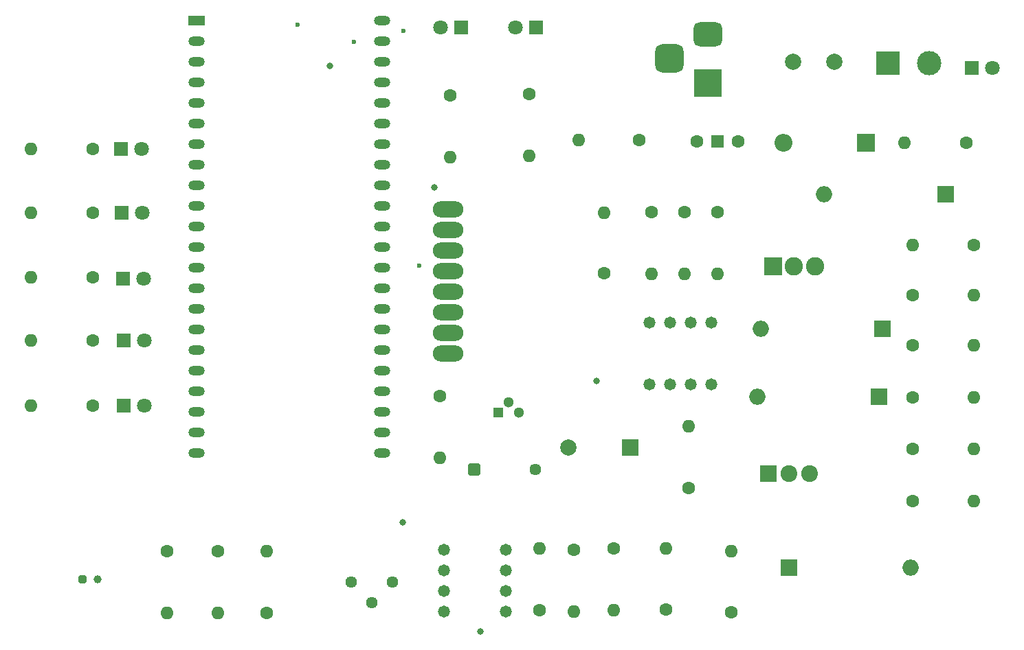
<source format=gbr>
%TF.GenerationSoftware,KiCad,Pcbnew,8.0.5*%
%TF.CreationDate,2024-12-14T11:54:29+02:00*%
%TF.ProjectId,embedded_system_project,656d6265-6464-4656-945f-73797374656d,rev?*%
%TF.SameCoordinates,Original*%
%TF.FileFunction,Soldermask,Bot*%
%TF.FilePolarity,Negative*%
%FSLAX46Y46*%
G04 Gerber Fmt 4.6, Leading zero omitted, Abs format (unit mm)*
G04 Created by KiCad (PCBNEW 8.0.5) date 2024-12-14 11:54:29*
%MOMM*%
%LPD*%
G01*
G04 APERTURE LIST*
G04 Aperture macros list*
%AMRoundRect*
0 Rectangle with rounded corners*
0 $1 Rounding radius*
0 $2 $3 $4 $5 $6 $7 $8 $9 X,Y pos of 4 corners*
0 Add a 4 corners polygon primitive as box body*
4,1,4,$2,$3,$4,$5,$6,$7,$8,$9,$2,$3,0*
0 Add four circle primitives for the rounded corners*
1,1,$1+$1,$2,$3*
1,1,$1+$1,$4,$5*
1,1,$1+$1,$6,$7*
1,1,$1+$1,$8,$9*
0 Add four rect primitives between the rounded corners*
20,1,$1+$1,$2,$3,$4,$5,0*
20,1,$1+$1,$4,$5,$6,$7,0*
20,1,$1+$1,$6,$7,$8,$9,0*
20,1,$1+$1,$8,$9,$2,$3,0*%
G04 Aperture macros list end*
%ADD10C,1.600000*%
%ADD11O,1.600000X1.600000*%
%ADD12R,1.300000X1.300000*%
%ADD13C,1.300000*%
%ADD14R,1.800000X1.800000*%
%ADD15C,1.800000*%
%ADD16RoundRect,0.102000X-0.930000X-0.930000X0.930000X-0.930000X0.930000X0.930000X-0.930000X0.930000X0*%
%ADD17C,2.064000*%
%ADD18C,1.474000*%
%ADD19R,3.000000X3.000000*%
%ADD20C,3.000000*%
%ADD21C,2.000000*%
%ADD22R,2.000000X2.000000*%
%ADD23O,2.000000X2.000000*%
%ADD24C,1.440000*%
%ADD25RoundRect,0.102000X-1.027500X-1.027500X1.027500X-1.027500X1.027500X1.027500X-1.027500X1.027500X0*%
%ADD26C,2.259000*%
%ADD27R,3.500000X3.500000*%
%ADD28RoundRect,0.750000X-1.000000X0.750000X-1.000000X-0.750000X1.000000X-0.750000X1.000000X0.750000X0*%
%ADD29RoundRect,0.875000X-0.875000X0.875000X-0.875000X-0.875000X0.875000X-0.875000X0.875000X0.875000X0*%
%ADD30C,1.442000*%
%ADD31RoundRect,0.102000X-0.619000X-0.619000X0.619000X-0.619000X0.619000X0.619000X-0.619000X0.619000X0*%
%ADD32O,3.760000X1.982000*%
%ADD33R,2.200000X2.200000*%
%ADD34O,2.200000X2.200000*%
%ADD35RoundRect,0.250000X-0.250000X-0.250000X0.250000X-0.250000X0.250000X0.250000X-0.250000X0.250000X0*%
%ADD36C,1.000000*%
%ADD37R,2.000000X1.200000*%
%ADD38O,2.000000X1.200000*%
%ADD39R,1.500000X1.500000*%
%ADD40C,0.600000*%
%ADD41C,0.800000*%
G04 APERTURE END LIST*
D10*
%TO.C,R1*%
X131000000Y-35000000D03*
D11*
X123380000Y-35000000D03*
%TD*%
D12*
%TO.C,Q1*%
X73330000Y-68270000D03*
D13*
X74600000Y-67000000D03*
X75870000Y-68270000D03*
%TD*%
D14*
%TO.C,100\u0025LED1*%
X27200000Y-67400000D03*
D15*
X29740000Y-67400000D03*
%TD*%
D10*
%TO.C,R17*%
X32550000Y-85390000D03*
D11*
X32550000Y-93010000D03*
%TD*%
D10*
%TO.C,R12*%
X66200000Y-66200000D03*
D11*
X66200000Y-73820000D03*
%TD*%
D14*
%TO.C,60\u0025LED1*%
X27125000Y-51800000D03*
D15*
X29665000Y-51800000D03*
%TD*%
D10*
%TO.C,C13*%
X94000000Y-92550000D03*
D11*
X94000000Y-85050000D03*
%TD*%
D10*
%TO.C,R18*%
X38800000Y-85390000D03*
D11*
X38800000Y-93010000D03*
%TD*%
D16*
%TO.C,REG2*%
X106600000Y-75800000D03*
D17*
X109140000Y-75800000D03*
X111680000Y-75800000D03*
%TD*%
D14*
%TO.C,LED1*%
X131725000Y-25800000D03*
D15*
X134265000Y-25800000D03*
%TD*%
D18*
%TO.C,OPAMP2*%
X74270000Y-92820000D03*
X74270000Y-90280000D03*
X74270000Y-87740000D03*
X74270000Y-85200000D03*
X66650000Y-85200000D03*
X66650000Y-87740000D03*
X66650000Y-90280000D03*
X66650000Y-92820000D03*
%TD*%
D10*
%TO.C,C12*%
X102060000Y-92910000D03*
D11*
X102060000Y-85410000D03*
%TD*%
D10*
%TO.C,R14*%
X96800000Y-77620000D03*
D11*
X96800000Y-70000000D03*
%TD*%
D10*
%TO.C,C9*%
X124450000Y-79200000D03*
D11*
X131950000Y-79200000D03*
%TD*%
D19*
%TO.C,BATTERY1*%
X121400000Y-25200000D03*
D20*
X126480000Y-25200000D03*
%TD*%
D21*
%TO.C,F1*%
X114740000Y-25000000D03*
X109660000Y-25000000D03*
%TD*%
D22*
%TO.C,C3*%
X120700000Y-57957500D03*
D23*
X105700000Y-57957500D03*
%TD*%
D14*
%TO.C,DEBUG_LED2*%
X78000000Y-20810000D03*
D15*
X75460000Y-20810000D03*
%TD*%
D22*
%TO.C,C14*%
X109200000Y-87400000D03*
D23*
X124200000Y-87400000D03*
%TD*%
D10*
%TO.C,C7*%
X124450000Y-66400000D03*
D11*
X131950000Y-66400000D03*
%TD*%
D24*
%TO.C,POTENTIOMETER1*%
X55260000Y-89215000D03*
X57800000Y-91755000D03*
X60340000Y-89215000D03*
%TD*%
D25*
%TO.C,REG1*%
X107250000Y-50262500D03*
D26*
X109800000Y-50262500D03*
X112350000Y-50262500D03*
%TD*%
D22*
%TO.C,BUZZER1*%
X89600000Y-72600000D03*
D21*
X82000000Y-72600000D03*
%TD*%
D27*
%TO.C,PWR_IN1*%
X99157500Y-27600000D03*
D28*
X99157500Y-21600000D03*
D29*
X94457500Y-24600000D03*
%TD*%
D10*
%TO.C,C8*%
X124450000Y-72800000D03*
D11*
X131950000Y-72800000D03*
%TD*%
D10*
%TO.C,C2*%
X131950000Y-47600000D03*
D11*
X124450000Y-47600000D03*
%TD*%
D14*
%TO.C,80\u0025LED1*%
X27200000Y-59400000D03*
D15*
X29740000Y-59400000D03*
%TD*%
D10*
%TO.C,R4*%
X92230000Y-43550000D03*
D11*
X92230000Y-51170000D03*
%TD*%
D30*
%TO.C,1N914*%
X77948500Y-75270000D03*
D31*
X70411500Y-75270000D03*
%TD*%
D10*
%TO.C,R6*%
X77200000Y-28990000D03*
D11*
X77200000Y-36610000D03*
%TD*%
D10*
%TO.C,R19*%
X44800000Y-93010000D03*
D11*
X44800000Y-85390000D03*
%TD*%
D10*
%TO.C,R13*%
X87600000Y-85040000D03*
D11*
X87600000Y-92660000D03*
%TD*%
D10*
%TO.C,R16*%
X82650000Y-85190000D03*
D11*
X82650000Y-92810000D03*
%TD*%
D10*
%TO.C,R8*%
X23410000Y-59400000D03*
D11*
X15790000Y-59400000D03*
%TD*%
D10*
%TO.C,R9*%
X23400000Y-51600000D03*
D11*
X15780000Y-51600000D03*
%TD*%
D10*
%TO.C,R2*%
X100330000Y-43550000D03*
D11*
X100330000Y-51170000D03*
%TD*%
D10*
%TO.C,C5*%
X124450000Y-60000000D03*
D11*
X131950000Y-60000000D03*
%TD*%
D10*
%TO.C,R10*%
X23410000Y-43600000D03*
D11*
X15790000Y-43600000D03*
%TD*%
D10*
%TO.C,R7*%
X23400000Y-67400000D03*
D11*
X15780000Y-67400000D03*
%TD*%
D32*
%TO.C,GYRO1*%
X67202500Y-58467500D03*
X67202500Y-45767500D03*
X67202500Y-61007500D03*
X67202500Y-48307500D03*
X67202500Y-50847500D03*
X67202500Y-43227500D03*
X67202500Y-55927500D03*
X67202500Y-53387500D03*
%TD*%
D33*
%TO.C,D1*%
X118680000Y-35000000D03*
D34*
X108520000Y-35000000D03*
%TD*%
D35*
%TO.C,MK1*%
X22092500Y-88815000D03*
D36*
X23992500Y-88815000D03*
%TD*%
D37*
%TO.C,MCU1*%
X36170000Y-19907900D03*
D38*
X36170000Y-22447900D03*
X36170000Y-24987900D03*
X36170000Y-27527900D03*
X36170000Y-30067900D03*
X36170000Y-32607900D03*
X36170000Y-35147900D03*
X36170000Y-37687900D03*
X36170000Y-40227900D03*
X36170000Y-42767900D03*
X36170000Y-45307900D03*
X36170000Y-47847900D03*
X36170000Y-50387900D03*
X36170000Y-52927900D03*
X36170000Y-55467900D03*
X36170000Y-58007900D03*
X36170000Y-60547900D03*
X36170000Y-63087900D03*
X36170000Y-65627900D03*
X36166320Y-68165180D03*
X36166320Y-70705180D03*
X36166320Y-73245180D03*
X59030000Y-73247900D03*
X59030000Y-70707900D03*
X59030000Y-68167900D03*
X59030000Y-65627900D03*
X59030000Y-63087900D03*
X59030000Y-60547900D03*
X59030000Y-58007900D03*
X59030000Y-55467900D03*
X59030000Y-52927900D03*
X59030000Y-50387900D03*
X59030000Y-47847900D03*
X59030000Y-45307900D03*
X59030000Y-42767900D03*
X59030000Y-40227900D03*
X59030000Y-37687900D03*
X59030000Y-35147900D03*
X59030000Y-32607900D03*
X59030000Y-30067900D03*
X59030000Y-27527900D03*
X59030000Y-24987900D03*
X59030000Y-22447900D03*
X59030000Y-19907900D03*
%TD*%
D10*
%TO.C,C4*%
X124450000Y-53800000D03*
D11*
X131950000Y-53800000D03*
%TD*%
D39*
%TO.C,SWITCH1*%
X100340000Y-34800000D03*
D10*
X102880000Y-34800000D03*
X97800000Y-34800000D03*
%TD*%
D14*
%TO.C,DEBUG_LED1*%
X68800000Y-20800000D03*
D15*
X66260000Y-20800000D03*
%TD*%
D22*
%TO.C,C1*%
X128500000Y-41357500D03*
D23*
X113500000Y-41357500D03*
%TD*%
D10*
%TO.C,R5*%
X67460000Y-29180000D03*
D11*
X67460000Y-36800000D03*
%TD*%
D22*
%TO.C,C6*%
X120300000Y-66357500D03*
D23*
X105300000Y-66357500D03*
%TD*%
D10*
%TO.C,C10*%
X90750000Y-34620000D03*
D11*
X83250000Y-34620000D03*
%TD*%
D14*
%TO.C,20\u0025LED1*%
X26860000Y-35800000D03*
D15*
X29400000Y-35800000D03*
%TD*%
D10*
%TO.C,R15*%
X78400000Y-92660000D03*
D11*
X78400000Y-85040000D03*
%TD*%
D10*
%TO.C,C11*%
X86400000Y-51120000D03*
D11*
X86400000Y-43620000D03*
%TD*%
D10*
%TO.C,R11*%
X23400000Y-35800000D03*
D11*
X15780000Y-35800000D03*
%TD*%
D18*
%TO.C,OPAMP1*%
X91980000Y-64820000D03*
X94520000Y-64820000D03*
X97060000Y-64820000D03*
X99600000Y-64820000D03*
X99600000Y-57200000D03*
X97060000Y-57200000D03*
X94520000Y-57200000D03*
X91980000Y-57200000D03*
%TD*%
D14*
%TO.C,40\u0025LED1*%
X27000000Y-43600000D03*
D15*
X29540000Y-43600000D03*
%TD*%
D10*
%TO.C,R3*%
X96280000Y-43550000D03*
D11*
X96280000Y-51170000D03*
%TD*%
D40*
X48600000Y-20400000D03*
D41*
X85452100Y-64357500D03*
X71191200Y-95257500D03*
D40*
X55594100Y-22549300D03*
X61679500Y-21222500D03*
X63633400Y-50172700D03*
D41*
X61565700Y-81844300D03*
X65488600Y-40467100D03*
X52608300Y-25535600D03*
M02*

</source>
